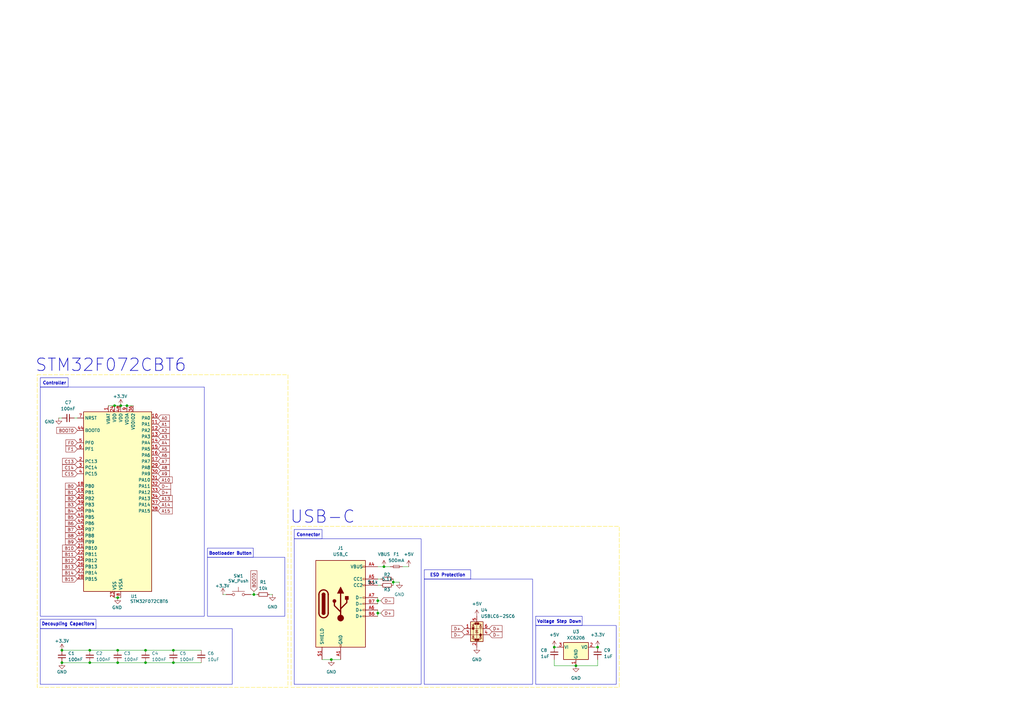
<source format=kicad_sch>
(kicad_sch (version 20231120) (generator "eeschema") (generator_version "8.0")
  (paper "A3")
  (title_block (rev "V1.0.0"))
  (lib_symbols
    (symbol "Connector:USB_C_Receptacle_USB2.0_14P" (pin_names (offset 1.016))
      (property "Reference" "J" (at 0 22.225 0))
      (property "Value" "USB_C_Receptacle_USB2.0_14P" (at 0 19.685 0))
      (symbol "USB_C_Receptacle_USB2.0_14P_0_0"
        (rectangle (start -0.254 -17.78) (end 0.254 -16.764))
        (rectangle (start 10.16 -4.826) (end 9.144 -5.334))
        (rectangle (start 10.16 -2.286) (end 9.144 -2.794))
        (rectangle (start 10.16 0.254) (end 9.144 -0.254))
        (rectangle (start 10.16 2.794) (end 9.144 2.286))
        (rectangle (start 10.16 7.874) (end 9.144 7.366))
        (rectangle (start 10.16 10.414) (end 9.144 9.906))
        (rectangle (start 10.16 15.494) (end 9.144 14.986))
      )
      (symbol "USB_C_Receptacle_USB2.0_14P_0_1"
        (rectangle (start -10.16 17.78) (end 10.16 -17.78) (stroke (width 0.254)) (fill (type background)))
        (arc (start -8.89 -3.81) (mid -6.985 -5.7067) (end -5.08 -3.81) (stroke (width 0.508)))
        (arc (start -7.62 -3.81) (mid -6.985 -4.4423) (end -6.35 -3.81) (stroke (width 0.254)))
        (arc (start -7.62 -3.81) (mid -6.985 -4.4423) (end -6.35 -3.81) (stroke (width 0.254)) (fill (type outline)))
        (rectangle (start -7.62 -3.81) (end -6.35 3.81) (stroke (width 0.254)) (fill (type outline)))
        (arc (start -6.35 3.81) (mid -6.985 4.4423) (end -7.62 3.81) (stroke (width 0.254)))
        (arc (start -6.35 3.81) (mid -6.985 4.4423) (end -7.62 3.81) (stroke (width 0.254)) (fill (type outline)))
        (arc (start -5.08 3.81) (mid -6.985 5.7067) (end -8.89 3.81) (stroke (width 0.508)))
        (circle (center -2.54 1.143) (radius 0.635) (stroke (width 0.254)) (fill (type outline)))
        (circle (center 0 -5.842) (radius 1.27) (fill (type outline)))
        (polyline (pts (xy -8.89 -3.81) (xy -8.89 3.81)) (stroke (width 0.508)))
        (polyline (pts (xy -5.08 3.81) (xy -5.08 -3.81)) (stroke (width 0.508)))
        (polyline (pts (xy 0 -5.842) (xy 0 4.318)) (stroke (width 0.508)))
        (polyline (pts (xy 0 -3.302) (xy -2.54 -0.762) (xy -2.54 0.508)) (stroke (width 0.508)))
        (polyline (pts (xy 0 -2.032) (xy 2.54 0.508) (xy 2.54 1.778)) (stroke (width 0.508)))
        (polyline (pts (xy -1.27 4.318) (xy 0 6.858) (xy 1.27 4.318) (xy -1.27 4.318)) (stroke (width 0.254)) (fill (type outline)))
        (rectangle (start 1.905 1.778) (end 3.175 3.048) (stroke (width 0.254)) (fill (type outline)))
      )
      (symbol "USB_C_Receptacle_USB2.0_14P_1_1"
        (pin passive line (at 0 -22.86 90) (length 5.08) (name "GND") (number "A1"))
        (pin passive line (at 0 -22.86 90) (length 5.08) hide (name "GND") (number "A12"))
        (pin passive line (at 15.24 15.24 180) (length 5.08) (name "VBUS") (number "A4"))
        (pin bidirectional line (at 15.24 10.16 180) (length 5.08) (name "CC1") (number "A5"))
        (pin bidirectional line (at 15.24 -2.54 180) (length 5.08) (name "D+") (number "A6"))
        (pin bidirectional line (at 15.24 2.54 180) (length 5.08) (name "D-") (number "A7"))
        (pin passive line (at 15.24 15.24 180) (length 5.08) hide (name "VBUS") (number "A9"))
        (pin passive line (at 0 -22.86 90) (length 5.08) hide (name "GND") (number "B1"))
        (pin passive line (at 0 -22.86 90) (length 5.08) hide (name "GND") (number "B12"))
        (pin passive line (at 15.24 15.24 180) (length 5.08) hide (name "VBUS") (number "B4"))
        (pin bidirectional line (at 15.24 7.62 180) (length 5.08) (name "CC2") (number "B5"))
        (pin bidirectional line (at 15.24 -5.08 180) (length 5.08) (name "D+") (number "B6"))
        (pin bidirectional line (at 15.24 0 180) (length 5.08) (name "D-") (number "B7"))
        (pin passive line (at 15.24 15.24 180) (length 5.08) hide (name "VBUS") (number "B9"))
        (pin passive line (at -7.62 -22.86 90) (length 5.08) (name "SHIELD") (number "S1"))
      )
    )
    (symbol "Device:C_Small" (pin_numbers hide) (pin_names (offset 0.254) hide)
      (property "Reference" "C" (at 0.254 1.778 0))
      (property "Value" "C_Small" (at 0.254 -2.032 0))
      (symbol "C_Small_0_1"
        (polyline (pts (xy -1.524 -0.508) (xy 1.524 -0.508)) (stroke (width 0.3302)))
        (polyline (pts (xy -1.524 0.508) (xy 1.524 0.508)) (stroke (width 0.3048)))
      )
      (symbol "C_Small_1_1"
        (pin passive line (at 0 2.54 270) (length 2.032) (name "~") (number "1"))
        (pin passive line (at 0 -2.54 90) (length 2.032) (name "~") (number "2"))
      )
    )
    (symbol "Device:Fuse_Small" (pin_numbers hide) (pin_names (offset 0.254) hide)
      (property "Reference" "F" (at 0 -1.524 0))
      (property "Value" "Fuse_Small" (at 0 1.524 0))
      (symbol "Fuse_Small_0_1"
        (rectangle (start -1.27 0.508) (end 1.27 -0.508))
        (polyline (pts (xy -1.27 0) (xy 1.27 0)))
      )
      (symbol "Fuse_Small_1_1"
        (pin passive line (at -2.54 0 0) (length 1.27) (name "~") (number "1"))
        (pin passive line (at 2.54 0 180) (length 1.27) (name "~") (number "2"))
      )
    )
    (symbol "Device:R_Small" (pin_numbers hide) (pin_names (offset 0.254) hide)
      (property "Reference" "R" (at 0.762 0.508 0))
      (property "Value" "R_Small" (at 0.762 -1.016 0))
      (symbol "R_Small_0_1"
        (rectangle (start -0.762 1.778) (end 0.762 -1.778) (stroke (width 0.2032)))
      )
      (symbol "R_Small_1_1"
        (pin passive line (at 0 2.54 270) (length 0.762) (name "~") (number "1"))
        (pin passive line (at 0 -2.54 90) (length 0.762) (name "~") (number "2"))
      )
    )
    (symbol "MCU_ST_STM32F0:STM32F072CBTx"
      (property "Reference" "U" (at -12.7 39.37 0))
      (property "Value" "STM32F072CBTx" (at 10.16 39.37 0))
      (symbol "STM32F072CBTx_0_1"
        (rectangle (start -12.7 -35.56) (end 15.24 38.1) (stroke (width 0.254)) (fill (type background)))
      )
      (symbol "STM32F072CBTx_1_1"
        (pin power_in line (at -2.54 40.64 270) (length 2.54) (name "VBAT") (number "1"))
        (pin bidirectional line (at 17.78 35.56 180) (length 2.54) (name "PA0") (number "10"))
        (pin bidirectional line (at 17.78 33.02 180) (length 2.54) (name "PA1") (number "11"))
        (pin bidirectional line (at 17.78 30.48 180) (length 2.54) (name "PA2") (number "12"))
        (pin bidirectional line (at 17.78 27.94 180) (length 2.54) (name "PA3") (number "13"))
        (pin bidirectional line (at 17.78 25.4 180) (length 2.54) (name "PA4") (number "14"))
        (pin bidirectional line (at 17.78 22.86 180) (length 2.54) (name "PA5") (number "15"))
        (pin bidirectional line (at 17.78 20.32 180) (length 2.54) (name "PA6") (number "16"))
        (pin bidirectional line (at 17.78 17.78 180) (length 2.54) (name "PA7") (number "17"))
        (pin bidirectional line (at -15.24 7.62 0) (length 2.54) (name "PB0") (number "18"))
        (pin bidirectional line (at -15.24 5.08 0) (length 2.54) (name "PB1") (number "19"))
        (pin bidirectional line (at -15.24 17.78 0) (length 2.54) (name "PC13") (number "2"))
        (pin bidirectional line (at -15.24 2.54 0) (length 2.54) (name "PB2") (number "20"))
        (pin bidirectional line (at -15.24 -17.78 0) (length 2.54) (name "PB10") (number "21"))
        (pin bidirectional line (at -15.24 -20.32 0) (length 2.54) (name "PB11") (number "22"))
        (pin power_in line (at 0 -38.1 90) (length 2.54) (name "VSS") (number "23"))
        (pin power_in line (at 0 40.64 270) (length 2.54) (name "VDD") (number "24"))
        (pin bidirectional line (at -15.24 -22.86 0) (length 2.54) (name "PB12") (number "25"))
        (pin bidirectional line (at -15.24 -25.4 0) (length 2.54) (name "PB13") (number "26"))
        (pin bidirectional line (at -15.24 -27.94 0) (length 2.54) (name "PB14") (number "27"))
        (pin bidirectional line (at -15.24 -30.48 0) (length 2.54) (name "PB15") (number "28"))
        (pin bidirectional line (at 17.78 15.24 180) (length 2.54) (name "PA8") (number "29"))
        (pin bidirectional line (at -15.24 15.24 0) (length 2.54) (name "PC14") (number "3"))
        (pin bidirectional line (at 17.78 12.7 180) (length 2.54) (name "PA9") (number "30"))
        (pin bidirectional line (at 17.78 10.16 180) (length 2.54) (name "PA10") (number "31"))
        (pin bidirectional line (at 17.78 7.62 180) (length 2.54) (name "PA11") (number "32"))
        (pin bidirectional line (at 17.78 5.08 180) (length 2.54) (name "PA12") (number "33"))
        (pin bidirectional line (at 17.78 2.54 180) (length 2.54) (name "PA13") (number "34"))
        (pin passive line (at 0 -38.1 90) (length 2.54) hide (name "VSS") (number "35"))
        (pin power_in line (at 7.62 40.64 270) (length 2.54) (name "VDDIO2") (number "36"))
        (pin bidirectional line (at 17.78 0 180) (length 2.54) (name "PA14") (number "37"))
        (pin bidirectional line (at 17.78 -2.54 180) (length 2.54) (name "PA15") (number "38"))
        (pin bidirectional line (at -15.24 0 0) (length 2.54) (name "PB3") (number "39"))
        (pin bidirectional line (at -15.24 12.7 0) (length 2.54) (name "PC15") (number "4"))
        (pin bidirectional line (at -15.24 -2.54 0) (length 2.54) (name "PB4") (number "40"))
        (pin bidirectional line (at -15.24 -5.08 0) (length 2.54) (name "PB5") (number "41"))
        (pin bidirectional line (at -15.24 -7.62 0) (length 2.54) (name "PB6") (number "42"))
        (pin bidirectional line (at -15.24 -10.16 0) (length 2.54) (name "PB7") (number "43"))
        (pin input line (at -15.24 30.48 0) (length 2.54) (name "BOOT0") (number "44"))
        (pin bidirectional line (at -15.24 -12.7 0) (length 2.54) (name "PB8") (number "45"))
        (pin bidirectional line (at -15.24 -15.24 0) (length 2.54) (name "PB9") (number "46"))
        (pin passive line (at 0 -38.1 90) (length 2.54) hide (name "VSS") (number "47"))
        (pin power_in line (at 2.54 40.64 270) (length 2.54) (name "VDD") (number "48"))
        (pin bidirectional line (at -15.24 25.4 0) (length 2.54) (name "PF0") (number "5"))
        (pin bidirectional line (at -15.24 22.86 0) (length 2.54) (name "PF1") (number "6"))
        (pin input line (at -15.24 35.56 0) (length 2.54) (name "NRST") (number "7"))
        (pin power_in line (at 2.54 -38.1 90) (length 2.54) (name "VSSA") (number "8"))
        (pin power_in line (at 5.08 40.64 270) (length 2.54) (name "VDDA") (number "9"))
      )
    )
    (symbol "Power_Protection:USBLC6-2SC6" (pin_names hide)
      (property "Reference" "U" (at 0.635 5.715 0))
      (property "Value" "USBLC6-2SC6" (at 0.635 3.81 0))
      (symbol "USBLC6-2SC6_0_0"
        (circle (center -1.524 0) (radius 0.0001) (stroke (width 0.508)))
        (circle (center -0.508 -4.572) (radius 0.0001) (stroke (width 0.508)))
        (circle (center -0.508 2.032) (radius 0.0001) (stroke (width 0.508)))
        (circle (center 0.508 -4.572) (radius 0.0001) (stroke (width 0.508)))
        (circle (center 0.508 2.032) (radius 0.0001) (stroke (width 0.508)))
        (circle (center 1.524 -2.54) (radius 0.0001) (stroke (width 0.508)))
      )
      (symbol "USBLC6-2SC6_0_1"
        (polyline (pts (xy -2.54 -2.54) (xy 2.54 -2.54)))
        (polyline (pts (xy -2.54 0) (xy 2.54 0)))
        (polyline (pts (xy -2.032 -3.048) (xy -1.016 -3.048)))
        (polyline (pts (xy -1.016 1.524) (xy -2.032 1.524)))
        (polyline (pts (xy 1.016 -3.048) (xy 2.032 -3.048)))
        (polyline (pts (xy 1.016 1.524) (xy 2.032 1.524)))
        (polyline (pts (xy -0.508 -1.143) (xy -0.508 -0.762) (xy 0.508 -0.762)))
        (polyline (pts (xy -2.032 0.508) (xy -1.016 0.508) (xy -1.524 1.524) (xy -2.032 0.508)))
        (polyline (pts (xy -1.016 -4.064) (xy -2.032 -4.064) (xy -1.524 -3.048) (xy -1.016 -4.064)))
        (polyline (pts (xy 0.508 -1.778) (xy -0.508 -1.778) (xy 0 -0.762) (xy 0.508 -1.778)))
        (polyline (pts (xy 2.032 -4.064) (xy 1.016 -4.064) (xy 1.524 -3.048) (xy 2.032 -4.064)))
        (polyline (pts (xy 2.032 0.508) (xy 1.016 0.508) (xy 1.524 1.524) (xy 2.032 0.508)))
        (polyline (pts (xy 0 2.54) (xy -0.508 2.032) (xy 0.508 2.032) (xy 0 1.524) (xy 0 -4.064) (xy -0.508 -4.572) (xy 0.508 -4.572) (xy 0 -5.08)))
      )
      (symbol "USBLC6-2SC6_1_1"
        (rectangle (start -2.54 2.794) (end 2.54 -5.334) (stroke (width 0.254)) (fill (type background)))
        (polyline (pts (xy -0.508 2.032) (xy -1.524 2.032) (xy -1.524 -4.572) (xy -0.508 -4.572)))
        (polyline (pts (xy 0.508 -4.572) (xy 1.524 -4.572) (xy 1.524 2.032) (xy 0.508 2.032)))
        (pin passive line (at -5.08 0 0) (length 2.54) (name "I/O1") (number "1"))
        (pin passive line (at 0 -7.62 90) (length 2.54) (name "GND") (number "2"))
        (pin passive line (at -5.08 -2.54 0) (length 2.54) (name "I/O2") (number "3"))
        (pin passive line (at 5.08 -2.54 180) (length 2.54) (name "I/O2") (number "4"))
        (pin passive line (at 0 5.08 270) (length 2.54) (name "VBUS") (number "5"))
        (pin passive line (at 5.08 0 180) (length 2.54) (name "I/O1") (number "6"))
      )
    )
    (symbol "Regulator_Linear:XC6206PxxxMR" (pin_names (offset 0.254))
      (property "Reference" "U" (at -3.81 3.175 0))
      (property "Value" "XC6206PxxxMR" (at 0 3.175 0))
      (symbol "XC6206PxxxMR_0_1"
        (rectangle (start -5.08 1.905) (end 5.08 -5.08) (stroke (width 0.254)) (fill (type background)))
      )
      (symbol "XC6206PxxxMR_1_1"
        (pin power_in line (at 0 -7.62 90) (length 2.54) (name "GND") (number "1"))
        (pin power_out line (at 7.62 0 180) (length 2.54) (name "VO") (number "2"))
        (pin power_in line (at -7.62 0 0) (length 2.54) (name "VI") (number "3"))
      )
    )
    (symbol "Switch:SW_Push" (pin_numbers hide) (pin_names (offset 1.016) hide)
      (property "Reference" "SW" (at 1.27 2.54 0))
      (property "Value" "SW_Push" (at 0 -1.524 0))
      (symbol "SW_Push_0_1"
        (circle (center -2.032 0) (radius 0.508))
        (polyline (pts (xy 0 1.27) (xy 0 3.048)))
        (polyline (pts (xy 2.54 1.27) (xy -2.54 1.27)))
        (circle (center 2.032 0) (radius 0.508))
        (pin passive line (at -5.08 0 0) (length 2.54) (name "1") (number "1"))
        (pin passive line (at 5.08 0 180) (length 2.54) (name "2") (number "2"))
      )
    )
    (symbol "power:+3.3V" (power) (pin_numbers hide) (pin_names (offset 0) hide)
      (property "Value" "+3.3V" (at 0 3.556 0))
      (symbol "+3.3V_0_1"
        (polyline (pts (xy -0.762 1.27) (xy 0 2.54)))
        (polyline (pts (xy 0 0) (xy 0 2.54)))
        (polyline (pts (xy 0 2.54) (xy 0.762 1.27)))
      )
      (symbol "+3.3V_1_1"
        (pin power_in line (at 0 0 90) (length 0) (name "~") (number "1"))
      )
    )
    (symbol "power:+5V" (power) (pin_numbers hide) (pin_names (offset 0) hide)
      (property "Value" "+5V" (at 0 3.556 0))
      (symbol "+5V_0_1"
        (polyline (pts (xy -0.762 1.27) (xy 0 2.54)))
        (polyline (pts (xy 0 0) (xy 0 2.54)))
        (polyline (pts (xy 0 2.54) (xy 0.762 1.27)))
      )
      (symbol "+5V_1_1"
        (pin power_in line (at 0 0 90) (length 0) (name "~") (number "1"))
      )
    )
    (symbol "power:GND" (power) (pin_numbers hide) (pin_names (offset 0) hide)
      (property "Value" "GND" (at 0 -3.81 0))
      (symbol "GND_0_1"
        (polyline (pts (xy 0 0) (xy 0 -1.27) (xy 1.27 -1.27) (xy 0 -2.54) (xy -1.27 -1.27) (xy 0 -1.27)))
      )
      (symbol "GND_1_1"
        (pin power_in line (at 0 0 270) (length 0) (name "~") (number "1"))
      )
    )
    (symbol "power:VBUS" (power) (pin_numbers hide) (pin_names (offset 0) hide)
      (property "Value" "VBUS" (at 0 3.556 0))
      (symbol "VBUS_0_1"
        (polyline (pts (xy -0.762 1.27) (xy 0 2.54)))
        (polyline (pts (xy 0 0) (xy 0 2.54)))
        (polyline (pts (xy 0 2.54) (xy 0.762 1.27)))
      )
      (symbol "VBUS_1_1"
        (pin power_in line (at 0 0 90) (length 0) (name "~") (number "1"))
      )
    )
  )
  (junction (at 154.94 251.46))
  (junction (at 161.29 238.76))
  (junction (at 104.14 243.84))
  (junction (at 25.4 266.7))
  (junction (at 227.33 265.43))
  (junction (at 25.4 271.78))
  (junction (at 48.26 266.7))
  (junction (at 36.83 266.7))
  (junction (at 71.12 266.7))
  (junction (at 48.26 245.11))
  (junction (at 52.07 166.37))
  (junction (at 59.69 271.78))
  (junction (at 157.48 232.41))
  (junction (at 135.89 270.51))
  (junction (at 48.26 271.78))
  (junction (at 71.12 271.78))
  (junction (at 154.94 246.38))
  (junction (at 36.83 271.78))
  (junction (at 46.99 166.37))
  (junction (at 49.53 166.37))
  (junction (at 236.22 273.05))
  (junction (at 245.11 265.43))
  (junction (at 59.69 266.7))
  (wire (pts (xy 52.07 166.37) (xy 54.61 166.37)))
  (wire (pts (xy 59.69 271.78) (xy 71.12 271.78)))
  (wire (pts (xy 154.94 232.41) (xy 157.48 232.41)))
  (wire (pts (xy 243.84 265.43) (xy 245.11 265.43)))
  (wire (pts (xy 104.14 243.84) (xy 105.41 243.84)))
  (wire (pts (xy 49.53 166.37) (xy 52.07 166.37)))
  (wire (pts (xy 132.08 270.51) (xy 135.89 270.51)))
  (wire (pts (xy 161.29 238.76) (xy 161.29 240.03)))
  (wire (pts (xy 24.13 171.45) (xy 25.4 171.45)))
  (wire (pts (xy 161.29 237.49) (xy 161.29 238.76)))
  (wire (pts (xy 165.1 232.41) (xy 167.64 232.41)))
  (wire (pts (xy 236.22 273.05) (xy 245.11 273.05)))
  (wire (pts (xy 30.48 171.45) (xy 31.75 171.45)))
  (wire (pts (xy 36.83 266.7) (xy 48.26 266.7)))
  (wire (pts (xy 154.94 245.11) (xy 154.94 246.38)))
  (wire (pts (xy 154.94 237.49) (xy 156.21 237.49)))
  (wire (pts (xy 104.14 242.57) (xy 104.14 243.84)))
  (wire (pts (xy 245.11 270.51) (xy 245.11 273.05)))
  (wire (pts (xy 227.33 265.43) (xy 228.6 265.43)))
  (wire (pts (xy 36.83 271.78) (xy 48.26 271.78)))
  (wire (pts (xy 71.12 271.78) (xy 82.55 271.78)))
  (wire (pts (xy 110.49 243.84) (xy 111.76 243.84)))
  (wire (pts (xy 59.69 266.7) (xy 71.12 266.7)))
  (wire (pts (xy 46.99 245.11) (xy 48.26 245.11)))
  (wire (pts (xy 154.94 251.46) (xy 154.94 252.73)))
  (wire (pts (xy 48.26 266.7) (xy 59.69 266.7)))
  (wire (pts (xy 48.26 271.78) (xy 59.69 271.78)))
  (wire (pts (xy 135.89 270.51) (xy 139.7 270.51)))
  (wire (pts (xy 46.99 166.37) (xy 49.53 166.37)))
  (wire (pts (xy 48.26 245.11) (xy 49.53 245.11)))
  (wire (pts (xy 227.33 273.05) (xy 236.22 273.05)))
  (wire (pts (xy 25.4 271.78) (xy 36.83 271.78)))
  (wire (pts (xy 25.4 266.7) (xy 36.83 266.7)))
  (wire (pts (xy 156.21 251.46) (xy 154.94 251.46)))
  (wire (pts (xy 227.33 270.51) (xy 227.33 273.05)))
  (wire (pts (xy 91.44 243.84) (xy 92.71 243.84)))
  (wire (pts (xy 44.45 166.37) (xy 46.99 166.37)))
  (wire (pts (xy 71.12 266.7) (xy 82.55 266.7)))
  (wire (pts (xy 156.21 246.38) (xy 154.94 246.38)))
  (wire (pts (xy 154.94 240.03) (xy 156.21 240.03)))
  (wire (pts (xy 154.94 246.38) (xy 154.94 247.65)))
  (wire (pts (xy 102.87 243.84) (xy 104.14 243.84)))
  (wire (pts (xy 154.94 250.19) (xy 154.94 251.46)))
  (wire (pts (xy 157.48 232.41) (xy 160.02 232.41)))
  (wire (pts (xy 161.29 238.76) (xy 163.83 238.76)))
  (rectangle (start 173.99 237.49) (end 218.44 280.67))
  (rectangle (start 16.51 257.81) (end 95.25 280.67))
  (rectangle (start 120.65 217.17) (end 132.08 220.98))
  (rectangle (start 219.71 256.54) (end 252.73 280.67))
  (rectangle (start 15.24 153.67) (end 118.11 281.94) (stroke (width 0) (type dash) (color 255 229 36 1)))
  (rectangle (start 16.51 154.94) (end 27.94 158.75))
  (rectangle (start 119.38 215.9) (end 254 281.94) (stroke (width 0) (type dash) (color 255 229 36 1)))
  (rectangle (start 85.09 224.79) (end 103.886 228.6))
  (rectangle (start 219.71 252.73) (end 238.76 256.54))
  (rectangle (start 85.09 228.6) (end 116.84 252.73))
  (rectangle (start 173.99 233.68) (end 193.04 237.49))
  (rectangle (start 16.51 158.75) (end 83.82 252.73))
  (rectangle (start 120.65 220.98) (end 172.72 280.67))
  (rectangle (start 16.51 254) (end 39.37 257.81))
  (text "STM32F072CBT6" (at 45.466 149.86 0) (effects (font (size 5.08 5.08) (thickness 0.254) (bold yes))))
  (text "USB-C\n" (at 132.334 212.09 0) (effects (font (size 5.08 5.08) (thickness 0.254) (bold yes))))
  (text "Decoupling Capacitors" (at 27.94 256.032 0) (effects (font (size 1.27 1.27) (thickness 0.254) (bold yes))))
  (text "Controller\n" (at 22.352 157.226 0) (effects (font (size 1.27 1.27) (thickness 0.254) (bold yes))))
  (text "ESD Protection" (at 183.642 235.966 0) (effects (font (size 1.27 1.27) (thickness 0.254) (bold yes))))
  (text "Voltage Step Down" (at 229.362 255.016 0) (effects (font (size 1.27 1.27) (thickness 0.254) (bold yes))))
  (text "Bootloader Button" (at 94.488 227.076 0) (effects (font (size 1.27 1.27) (thickness 0.254) (bold yes))))
  (text "Connector\n" (at 126.492 219.456 0) (effects (font (size 1.27 1.27) (thickness 0.254) (bold yes))))
  (global_label "D+" (shape input) (at 200.66 257.81 0) (property "Intersheetrefs" "${INTERSHEET_REFS}" (effects (hide yes))))
  (global_label "D-" (shape input) (at 64.77 199.39 0) (property "Intersheetrefs" "${INTERSHEET_REFS}" (effects (hide yes))))
  (global_label "C14" (shape input) (at 31.75 191.77 180) (property "Intersheetrefs" "${INTERSHEET_REFS}" (effects (hide yes))))
  (global_label "D+" (shape input) (at 156.21 251.46 0) (property "Intersheetrefs" "${INTERSHEET_REFS}" (effects (hide yes))))
  (global_label "BOOT0" (shape input) (at 104.14 242.57 90) (property "Intersheetrefs" "${INTERSHEET_REFS}" (effects (hide yes))))
  (global_label "D-" (shape input) (at 190.5 260.35 180) (property "Intersheetrefs" "${INTERSHEET_REFS}" (effects (hide yes))))
  (global_label "B1" (shape input) (at 31.75 201.93 180) (property "Intersheetrefs" "${INTERSHEET_REFS}" (effects (hide yes))))
  (global_label "B5" (shape input) (at 31.75 212.09 180) (property "Intersheetrefs" "${INTERSHEET_REFS}" (effects (hide yes))))
  (global_label "B15" (shape input) (at 31.75 237.49 180) (property "Intersheetrefs" "${INTERSHEET_REFS}" (effects (hide yes))))
  (global_label "B0" (shape input) (at 31.75 199.39 180) (property "Intersheetrefs" "${INTERSHEET_REFS}" (effects (hide yes))))
  (global_label "A9" (shape input) (at 64.77 194.31 0) (property "Intersheetrefs" "${INTERSHEET_REFS}" (effects (hide yes))))
  (global_label "C13" (shape input) (at 31.75 189.23 180) (property "Intersheetrefs" "${INTERSHEET_REFS}" (effects (hide yes))))
  (global_label "D+" (shape input) (at 64.77 201.93 0) (property "Intersheetrefs" "${INTERSHEET_REFS}" (effects (hide yes))))
  (global_label "B14" (shape input) (at 31.75 234.95 180) (property "Intersheetrefs" "${INTERSHEET_REFS}" (effects (hide yes))))
  (global_label "C15" (shape input) (at 31.75 194.31 180) (property "Intersheetrefs" "${INTERSHEET_REFS}" (effects (hide yes))))
  (global_label "B2" (shape input) (at 31.75 204.47 180) (property "Intersheetrefs" "${INTERSHEET_REFS}" (effects (hide yes))))
  (global_label "A4" (shape input) (at 64.77 181.61 0) (property "Intersheetrefs" "${INTERSHEET_REFS}" (effects (hide yes))))
  (global_label "A5" (shape input) (at 64.77 184.15 0) (property "Intersheetrefs" "${INTERSHEET_REFS}" (effects (hide yes))))
  (global_label "A1" (shape input) (at 64.77 173.99 0) (property "Intersheetrefs" "${INTERSHEET_REFS}" (effects (hide yes))))
  (global_label "F0" (shape input) (at 31.75 181.61 180) (property "Intersheetrefs" "${INTERSHEET_REFS}" (effects (hide yes))))
  (global_label "B12" (shape input) (at 31.75 229.87 180) (property "Intersheetrefs" "${INTERSHEET_REFS}" (effects (hide yes))))
  (global_label "B11" (shape input) (at 31.75 227.33 180) (property "Intersheetrefs" "${INTERSHEET_REFS}" (effects (hide yes))))
  (global_label "D+" (shape input) (at 190.5 257.81 180) (property "Intersheetrefs" "${INTERSHEET_REFS}" (effects (hide yes))))
  (global_label "A10" (shape input) (at 64.77 196.85 0) (property "Intersheetrefs" "${INTERSHEET_REFS}" (effects (hide yes))))
  (global_label "B8" (shape input) (at 31.75 219.71 180) (property "Intersheetrefs" "${INTERSHEET_REFS}" (effects (hide yes))))
  (global_label "B3" (shape input) (at 31.75 207.01 180) (property "Intersheetrefs" "${INTERSHEET_REFS}" (effects (hide yes))))
  (global_label "D-" (shape input) (at 200.66 260.35 0) (property "Intersheetrefs" "${INTERSHEET_REFS}" (effects (hide yes))))
  (global_label "F1" (shape input) (at 31.75 184.15 180) (property "Intersheetrefs" "${INTERSHEET_REFS}" (effects (hide yes))))
  (global_label "BOOT0" (shape input) (at 31.75 176.53 180) (property "Intersheetrefs" "${INTERSHEET_REFS}" (effects (hide yes))))
  (global_label "A14" (shape input) (at 64.77 207.01 0) (property "Intersheetrefs" "${INTERSHEET_REFS}" (effects (hide yes))))
  (global_label "A2" (shape input) (at 64.77 176.53 0) (property "Intersheetrefs" "${INTERSHEET_REFS}" (effects (hide yes))))
  (global_label "A7" (shape input) (at 64.77 189.23 0) (property "Intersheetrefs" "${INTERSHEET_REFS}" (effects (hide yes))))
  (global_label "A15" (shape input) (at 64.77 209.55 0) (property "Intersheetrefs" "${INTERSHEET_REFS}" (effects (hide yes))))
  (global_label "B7" (shape input) (at 31.75 217.17 180) (property "Intersheetrefs" "${INTERSHEET_REFS}" (effects (hide yes))))
  (global_label "A13" (shape input) (at 64.77 204.47 0) (property "Intersheetrefs" "${INTERSHEET_REFS}" (effects (hide yes))))
  (global_label "A3" (shape input) (at 64.77 179.07 0) (property "Intersheetrefs" "${INTERSHEET_REFS}" (effects (hide yes))))
  (global_label "B13" (shape input) (at 31.75 232.41 180) (property "Intersheetrefs" "${INTERSHEET_REFS}" (effects (hide yes))))
  (global_label "D-" (shape input) (at 156.21 246.38 0) (property "Intersheetrefs" "${INTERSHEET_REFS}" (effects (hide yes))))
  (global_label "A6" (shape input) (at 64.77 186.69 0) (property "Intersheetrefs" "${INTERSHEET_REFS}" (effects (hide yes))))
  (global_label "B6" (shape input) (at 31.75 214.63 180) (property "Intersheetrefs" "${INTERSHEET_REFS}" (effects (hide yes))))
  (global_label "B10" (shape input) (at 31.75 224.79 180) (property "Intersheetrefs" "${INTERSHEET_REFS}" (effects (hide yes))))
  (global_label "A0" (shape input) (at 64.77 171.45 0) (property "Intersheetrefs" "${INTERSHEET_REFS}" (effects (hide yes))))
  (global_label "B9" (shape input) (at 31.75 222.25 180) (property "Intersheetrefs" "${INTERSHEET_REFS}" (effects (hide yes))))
  (global_label "B4" (shape input) (at 31.75 209.55 180) (property "Intersheetrefs" "${INTERSHEET_REFS}" (effects (hide yes))))
  (global_label "A8" (shape input) (at 64.77 191.77 0) (property "Intersheetrefs" "${INTERSHEET_REFS}" (effects (hide yes))))
  (symbol (lib_id "power:+3.3V") (at 91.44 243.84 0) (unit 1)
    (property "Reference" "#PWR06" (effects (hide yes)))
    (property "Value" "+3.3V" (at 91.186 240.284 0))
    (property "Description" "Power symbol creates a global label with name \"+3.3V\"" (effects (hide yes)))
  )
  (symbol (lib_id "MCU_ST_STM32F0:STM32F072CBTx") (at 46.99 207.01 0) (unit 1)
    (property "Reference" "U1" (at 53.594 244.602 0) (effects (justify left)))
    (property "Value" "STM32F072CBT6" (at 53.34 246.634 0) (effects (justify left)))
    (property "Footprint" "ScottoKeebs_Components:Package_LQFP-48_7x7mm_P0.5" (effects (hide yes)))
    (property "Datasheet" "https://www.st.com/resource/en/datasheet/stm32f072cb.pdf" (effects (hide yes)))
    (property "Description" "STMicroelectronics Arm Cortex-M0 MCU, 128KB flash, 16KB RAM, 48 MHz, 2.0-3.6V, 37 GPIO, LQFP48" (effects (hide yes)))
    (property "LCSC" "C81720" (effects (hide yes)))
    (property "JlcRotOffset" "-90" (effects (hide yes)))
  )
  (symbol (lib_id "Regulator_Linear:XC6206PxxxMR") (at 236.22 265.43 0) (unit 1)
    (property "Reference" "U3" (at 236.22 259.08 0))
    (property "Value" "XC6206" (at 236.22 261.62 0))
    (property "Footprint" "ScottoKeebs_Components:Voltage_SOT-23" (effects (hide yes)))
    (property "Datasheet" "https://www.torexsemi.com/file/xc6206/XC6206.pdf" (effects (hide yes)))
    (property "Description" "Positive 60-250mA Low Dropout Regulator, Fixed Output, SOT-23" (effects (hide yes)))
    (property "LCSC" "C5446" (effects (hide yes)))
    (property "JlcRotOffset" "180" (effects (hide yes)))
  )
  (symbol (lib_id "power:+5V") (at 167.64 232.41 0) (unit 1)
    (property "Reference" "#PWR010" (effects (hide yes)))
    (property "Value" "+5V" (at 167.64 227.33 0))
    (property "Description" "Power symbol creates a global label with name \"+5V\"" (effects (hide yes)))
  )
  (symbol (lib_id "power:GND") (at 48.26 245.11 0) (unit 1)
    (property "Reference" "#PWR02" (effects (hide yes)))
    (property "Value" "GND" (at 48.006 249.174 0))
    (property "Description" "Power symbol creates a global label with name \"GND\" , ground" (effects (hide yes)))
  )
  (symbol (lib_id "Device:C_Small") (at 82.55 269.24 180) (unit 1)
    (property "Reference" "C6" (at 85.09 267.9635 0) (effects (justify right)))
    (property "Value" "10uF" (at 85.09 270.5035 0) (effects (justify right)))
    (property "Footprint" "ScottoKeebs_Components:Capacitor_0603" (effects (hide yes)))
    (property "Description" "Unpolarized capacitor, small symbol" (effects (hide yes)))
    (property "LCSC" "C19702" (effects (hide yes)))
  )
  (symbol (lib_id "Device:R_Small") (at 107.95 243.84 270) (unit 1)
    (property "Reference" "R1" (at 107.95 238.76 90))
    (property "Value" "10k" (at 107.95 241.3 90))
    (property "Footprint" "ScottoKeebs_Components:Resistor_0402" (effects (hide yes)))
    (property "Description" "Resistor, small symbol" (effects (hide yes)))
    (property "LCSC" "C25744" (effects (hide yes)))
  )
  (symbol (lib_id "power:+5V") (at 227.33 265.43 0) (unit 1)
    (property "Reference" "#PWR016" (effects (hide yes)))
    (property "Value" "+5V" (at 227.33 260.35 0))
    (property "Description" "Power symbol creates a global label with name \"+5V\"" (effects (hide yes)))
  )
  (symbol (lib_id "Power_Protection:USBLC6-2SC6") (at 195.58 257.81 0) (unit 1)
    (property "Reference" "U4" (at 197.2311 250.19 0) (effects (justify left)))
    (property "Value" "USBLC6-2SC6" (at 197.2311 252.73 0) (effects (justify left)))
    (property "Footprint" "ScottoKeebs_Components:ESD_SOT-23-6" (effects (hide yes)))
    (property "Datasheet" "https://www.st.com/resource/en/datasheet/usblc6-2.pdf" (effects (hide yes)))
    (property "Description" "Very low capacitance ESD protection diode, 2 data-line, SOT-23-6" (effects (hide yes)))
    (property "LCSC" "C2827654" (effects (hide yes)))
    (property "JlcRotOffset" "-90" (effects (hide yes)))
  )
  (symbol (lib_id "power:GND") (at 25.4 271.78 0) (unit 1)
    (property "Reference" "#PWR04" (effects (hide yes)))
    (property "Value" "GND" (at 25.4 275.59 0))
    (property "Description" "Power symbol creates a global label with name \"GND\" , ground" (effects (hide yes)))
  )
  (symbol (lib_id "Device:C_Small") (at 227.33 267.97 0) (unit 1)
    (property "Reference" "C8" (at 221.742 266.7 0) (effects (justify left)))
    (property "Value" "1uF" (at 221.742 269.24 0) (effects (justify left)))
    (property "Footprint" "ScottoKeebs_Components:Capacitor_0402" (effects (hide yes)))
    (property "Description" "Unpolarized capacitor, small symbol" (effects (hide yes)))
    (property "LCSC" "C52923" (effects (hide yes)))
  )
  (symbol (lib_id "power:GND") (at 135.89 270.51 0) (unit 1)
    (property "Reference" "#PWR08" (effects (hide yes)))
    (property "Value" "GND" (at 135.89 275.59 0))
    (property "Description" "Power symbol creates a global label with name \"GND\" , ground" (effects (hide yes)))
  )
  (symbol (lib_id "power:GND") (at 111.76 243.84 0) (unit 1)
    (property "Reference" "#PWR07" (effects (hide yes)))
    (property "Value" "GND" (at 111.76 248.92 0))
    (property "Description" "Power symbol creates a global label with name \"GND\" , ground" (effects (hide yes)))
  )
  (symbol (lib_id "power:GND") (at 236.22 273.05 0) (unit 1)
    (property "Reference" "#PWR015" (effects (hide yes)))
    (property "Value" "GND" (at 236.22 278.13 0))
    (property "Description" "Power symbol creates a global label with name \"GND\" , ground" (effects (hide yes)))
  )
  (symbol (lib_id "Device:C_Small") (at 59.69 269.24 180) (unit 1)
    (property "Reference" "C4" (at 62.23 267.9635 0) (effects (justify right)))
    (property "Value" "100nF" (at 62.23 270.5035 0) (effects (justify right)))
    (property "Footprint" "ScottoKeebs_Components:Capacitor_0402" (effects (hide yes)))
    (property "Description" "Unpolarized capacitor, small symbol" (effects (hide yes)))
    (property "LCSC" "C307331" (effects (hide yes)))
  )
  (symbol (lib_id "Device:C_Small") (at 36.83 269.24 180) (unit 1)
    (property "Reference" "C2" (at 39.37 267.9635 0) (effects (justify right)))
    (property "Value" "100nF" (at 39.37 270.5035 0) (effects (justify right)))
    (property "Footprint" "ScottoKeebs_Components:Capacitor_0402" (effects (hide yes)))
    (property "Description" "Unpolarized capacitor, small symbol" (effects (hide yes)))
    (property "LCSC" "C307331" (effects (hide yes)))
  )
  (symbol (lib_id "power:+3.3V") (at 25.4 266.7 0) (unit 1)
    (property "Reference" "#PWR03" (effects (hide yes)))
    (property "Value" "+3.3V" (at 25.4 262.89 0))
    (property "Description" "Power symbol creates a global label with name \"+3.3V\"" (effects (hide yes)))
  )
  (symbol (lib_id "power:+5V") (at 195.58 252.73 0) (unit 1)
    (property "Reference" "#PWR012" (effects (hide yes)))
    (property "Value" "+5V" (at 195.58 247.65 0))
    (property "Description" "Power symbol creates a global label with name \"+5V\"" (effects (hide yes)))
  )
  (symbol (lib_id "Device:C_Small") (at 27.94 171.45 270) (unit 1)
    (property "Reference" "C7" (at 27.9336 165.1 90))
    (property "Value" "100nF" (at 27.9336 167.64 90))
    (property "Footprint" "ScottoKeebs_Components:Capacitor_0402" (effects (hide yes)))
    (property "Description" "Unpolarized capacitor, small symbol" (effects (hide yes)))
    (property "LCSC" "C307331" (effects (hide yes)))
  )
  (symbol (lib_id "power:+3.3V") (at 49.53 166.37 0) (unit 1)
    (property "Reference" "#PWR01" (effects (hide yes)))
    (property "Value" "+3.3V" (at 49.276 162.56 0))
    (property "Description" "Power symbol creates a global label with name \"+3.3V\"" (effects (hide yes)))
  )
  (symbol (lib_id "Device:R_Small") (at 158.75 240.03 90) (unit 1)
    (property "Reference" "R3" (at 158.75 241.808 90))
    (property "Value" "5.1k" (at 152.908 238.76 90))
    (property "Footprint" "ScottoKeebs_Components:Resistor_0402" (effects (hide yes)))
    (property "Description" "Resistor, small symbol" (effects (hide yes)))
    (property "LCSC" "C25905" (effects (hide yes)))
  )
  (symbol (lib_id "power:+3.3V") (at 245.11 265.43 0) (unit 1)
    (property "Reference" "#PWR014" (effects (hide yes)))
    (property "Value" "+3.3V" (at 245.11 260.35 0))
    (property "Description" "Power symbol creates a global label with name \"+3.3V\"" (effects (hide yes)))
  )
  (symbol (lib_id "power:GND") (at 195.58 265.43 0) (unit 1)
    (property "Reference" "#PWR013" (effects (hide yes)))
    (property "Value" "GND" (at 195.58 270.51 0))
    (property "Description" "Power symbol creates a global label with name \"GND\" , ground" (effects (hide yes)))
  )
  (symbol (lib_id "Device:R_Small") (at 158.75 237.49 90) (unit 1)
    (property "Reference" "R2" (at 158.75 235.712 90))
    (property "Value" "5.1k" (at 158.75 237.49 90))
    (property "Footprint" "ScottoKeebs_Components:Resistor_0402" (effects (hide yes)))
    (property "Description" "Resistor, small symbol" (effects (hide yes)))
    (property "LCSC" "C25905" (effects (hide yes)))
  )
  (symbol (lib_id "Device:C_Small") (at 48.26 269.24 180) (unit 1)
    (property "Reference" "C3" (at 50.8 267.9635 0) (effects (justify right)))
    (property "Value" "100nF" (at 50.8 270.5035 0) (effects (justify right)))
    (property "Footprint" "ScottoKeebs_Components:Capacitor_0402" (effects (hide yes)))
    (property "Description" "Unpolarized capacitor, small symbol" (effects (hide yes)))
    (property "LCSC" "C307331" (effects (hide yes)))
  )
  (symbol (lib_id "Device:Fuse_Small") (at 162.56 232.41 0) (unit 1)
    (property "Reference" "F1" (at 162.56 227.33 0))
    (property "Value" "500mA" (at 162.56 229.87 0))
    (property "Footprint" "ScottoKeebs_Components:Fuse_0603" (effects (hide yes)))
    (property "Description" "Fuse, small symbol" (effects (hide yes)))
    (property "LCSC" "C210357" (effects (hide yes)))
  )
  (symbol (lib_id "power:VBUS") (at 157.48 232.41 0) (unit 1)
    (property "Reference" "#PWR09" (effects (hide yes)))
    (property "Value" "VBUS" (at 157.48 227.33 0))
    (property "Description" "Power symbol creates a global label with name \"VBUS\"" (effects (hide yes)))
  )
  (symbol (lib_id "Connector:USB_C_Receptacle_USB2.0_14P") (at 139.7 247.65 0) (unit 1)
    (property "Reference" "J1" (at 139.7 224.79 0))
    (property "Value" "USB_C" (at 139.7 227.33 0))
    (property "Footprint" "ScottoKeebs_Components:USB_C_HRO_TYPE-C-31-M-12" (effects (hide yes)))
    (property "Datasheet" "https://www.usb.org/sites/default/files/documents/usb_type-c.zip" (effects (hide yes)))
    (property "Description" "USB 2.0-only 14P Type-C Receptacle connector" (effects (hide yes)))
    (property "LCSC" "C165948" (effects (hide yes)))
  )
  (symbol (lib_id "Device:C_Small") (at 25.4 269.24 180) (unit 1)
    (property "Reference" "C1" (at 27.94 267.9635 0) (effects (justify right)))
    (property "Value" "100nF" (at 27.94 270.5035 0) (effects (justify right)))
    (property "Footprint" "ScottoKeebs_Components:Capacitor_0402" (effects (hide yes)))
    (property "Description" "Unpolarized capacitor, small symbol" (effects (hide yes)))
    (property "LCSC" "C307331" (effects (hide yes)))
  )
  (symbol (lib_id "power:GND") (at 24.13 171.45 0) (unit 1)
    (property "Reference" "#PWR05" (effects (hide yes)))
    (property "Value" "GND" (at 20.32 172.974 0))
    (property "Description" "Power symbol creates a global label with name \"GND\" , ground" (effects (hide yes)))
  )
  (symbol (lib_id "Switch:SW_Push") (at 97.79 243.84 0) (unit 1)
    (property "Reference" "SW1" (at 97.79 236.22 0))
    (property "Value" "SW_Push" (at 97.79 238.252 0))
    (property "Footprint" "ScottoKeebs_Components:Button_TL3342" (effects (hide yes)))
    (property "Description" "Push button switch, generic, two pins" (effects (hide yes)))
    (property "LCSC" "C115351" (effects (hide yes)))
  )
  (symbol (lib_id "Device:C_Small") (at 245.11 267.97 0) (unit 1)
    (property "Reference" "C9" (at 247.65 266.7062 0) (effects (justify left)))
    (property "Value" "1uF" (at 247.65 269.2462 0) (effects (justify left)))
    (property "Footprint" "ScottoKeebs_Components:Capacitor_0402" (effects (hide yes)))
    (property "Description" "Unpolarized capacitor, small symbol" (effects (hide yes)))
    (property "LCSC" "C52923" (effects (hide yes)))
  )
  (symbol (lib_id "Device:C_Small") (at 71.12 269.24 180) (unit 1)
    (property "Reference" "C5" (at 73.66 267.9635 0) (effects (justify right)))
    (property "Value" "100nF" (at 73.66 270.5035 0) (effects (justify right)))
    (property "Footprint" "ScottoKeebs_Components:Capacitor_0402" (effects (hide yes)))
    (property "Description" "Unpolarized capacitor, small symbol" (effects (hide yes)))
    (property "LCSC" "C307331" (effects (hide yes)))
  )
  (symbol (lib_id "power:GND") (at 163.83 238.76 0) (unit 1)
    (property "Reference" "#PWR011" (effects (hide yes)))
    (property "Value" "GND" (at 163.83 243.84 0))
    (property "Description" "Power symbol creates a global label with name \"GND\" , ground" (effects (hide yes)))
  )
)
</source>
